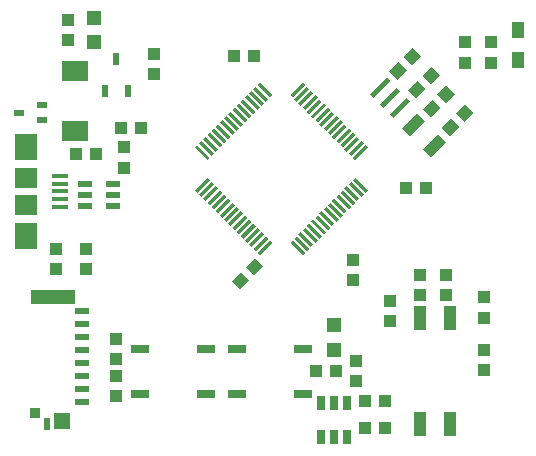
<source format=gbr>
G04 EAGLE Gerber RS-274X export*
G75*
%MOMM*%
%FSLAX34Y34*%
%LPD*%
%INSolderpaste Top*%
%IPPOS*%
%AMOC8*
5,1,8,0,0,1.08239X$1,22.5*%
G01*
%ADD10R,1.400000X0.400000*%
%ADD11R,1.900000X1.800000*%
%ADD12R,1.900000X2.300000*%
%ADD13R,1.500000X0.300000*%
%ADD14R,1.100000X1.000000*%
%ADD15R,0.600000X1.000000*%
%ADD16R,0.970000X0.500000*%
%ADD17R,1.000000X1.100000*%
%ADD18R,1.000000X1.800000*%
%ADD19R,1.524000X0.762000*%
%ADD20R,0.400000X2.000000*%
%ADD21R,1.200000X1.200000*%
%ADD22R,1.092200X2.006600*%
%ADD23R,1.250000X0.600000*%
%ADD24R,3.790000X1.200000*%
%ADD25R,1.400000X1.450000*%
%ADD26R,0.850000X0.950000*%
%ADD27R,0.700000X1.300000*%
%ADD28R,2.200000X1.800000*%
%ADD29R,1.000000X1.400000*%
%ADD30R,1.200000X0.600000*%


D10*
X53900Y282875D03*
X53900Y276375D03*
X53900Y269875D03*
X53900Y263375D03*
X53900Y256875D03*
D11*
X25400Y281375D03*
X25400Y258375D03*
D12*
X25400Y307375D03*
X25400Y232375D03*
D13*
G36*
X301759Y298472D02*
X312364Y309077D01*
X314485Y306956D01*
X303880Y296351D01*
X301759Y298472D01*
G37*
G36*
X298223Y302007D02*
X308828Y312612D01*
X310949Y310491D01*
X300344Y299886D01*
X298223Y302007D01*
G37*
G36*
X294688Y305543D02*
X305293Y316148D01*
X307414Y314027D01*
X296809Y303422D01*
X294688Y305543D01*
G37*
G36*
X291152Y309078D02*
X301757Y319683D01*
X303878Y317562D01*
X293273Y306957D01*
X291152Y309078D01*
G37*
G36*
X287616Y312614D02*
X298221Y323219D01*
X300342Y321098D01*
X289737Y310493D01*
X287616Y312614D01*
G37*
G36*
X284081Y316149D02*
X294686Y326754D01*
X296807Y324633D01*
X286202Y314028D01*
X284081Y316149D01*
G37*
G36*
X280545Y319685D02*
X291150Y330290D01*
X293271Y328169D01*
X282666Y317564D01*
X280545Y319685D01*
G37*
G36*
X277010Y323220D02*
X287615Y333825D01*
X289736Y331704D01*
X279131Y321099D01*
X277010Y323220D01*
G37*
G36*
X273474Y326756D02*
X284079Y337361D01*
X286200Y335240D01*
X275595Y324635D01*
X273474Y326756D01*
G37*
G36*
X269939Y330291D02*
X280544Y340896D01*
X282665Y338775D01*
X272060Y328170D01*
X269939Y330291D01*
G37*
G36*
X266403Y333827D02*
X277008Y344432D01*
X279129Y342311D01*
X268524Y331706D01*
X266403Y333827D01*
G37*
G36*
X262868Y337362D02*
X273473Y347967D01*
X275594Y345846D01*
X264989Y335241D01*
X262868Y337362D01*
G37*
G36*
X259332Y340898D02*
X269937Y351503D01*
X272058Y349382D01*
X261453Y338777D01*
X259332Y340898D01*
G37*
G36*
X255797Y344434D02*
X266402Y355039D01*
X268523Y352918D01*
X257918Y342313D01*
X255797Y344434D01*
G37*
G36*
X252261Y347969D02*
X262866Y358574D01*
X264987Y356453D01*
X254382Y345848D01*
X252261Y347969D01*
G37*
G36*
X248726Y351505D02*
X259331Y362110D01*
X261452Y359989D01*
X250847Y349384D01*
X248726Y351505D01*
G37*
G36*
X231753Y349384D02*
X221148Y359989D01*
X223269Y362110D01*
X233874Y351505D01*
X231753Y349384D01*
G37*
G36*
X228218Y345848D02*
X217613Y356453D01*
X219734Y358574D01*
X230339Y347969D01*
X228218Y345848D01*
G37*
G36*
X224682Y342313D02*
X214077Y352918D01*
X216198Y355039D01*
X226803Y344434D01*
X224682Y342313D01*
G37*
G36*
X221147Y338777D02*
X210542Y349382D01*
X212663Y351503D01*
X223268Y340898D01*
X221147Y338777D01*
G37*
G36*
X217611Y335241D02*
X207006Y345846D01*
X209127Y347967D01*
X219732Y337362D01*
X217611Y335241D01*
G37*
G36*
X214076Y331706D02*
X203471Y342311D01*
X205592Y344432D01*
X216197Y333827D01*
X214076Y331706D01*
G37*
G36*
X210540Y328170D02*
X199935Y338775D01*
X202056Y340896D01*
X212661Y330291D01*
X210540Y328170D01*
G37*
G36*
X207005Y324635D02*
X196400Y335240D01*
X198521Y337361D01*
X209126Y326756D01*
X207005Y324635D01*
G37*
G36*
X203469Y321099D02*
X192864Y331704D01*
X194985Y333825D01*
X205590Y323220D01*
X203469Y321099D01*
G37*
G36*
X199934Y317564D02*
X189329Y328169D01*
X191450Y330290D01*
X202055Y319685D01*
X199934Y317564D01*
G37*
G36*
X196398Y314028D02*
X185793Y324633D01*
X187914Y326754D01*
X198519Y316149D01*
X196398Y314028D01*
G37*
G36*
X192863Y310493D02*
X182258Y321098D01*
X184379Y323219D01*
X194984Y312614D01*
X192863Y310493D01*
G37*
G36*
X189327Y306957D02*
X178722Y317562D01*
X180843Y319683D01*
X191448Y309078D01*
X189327Y306957D01*
G37*
G36*
X185791Y303422D02*
X175186Y314027D01*
X177307Y316148D01*
X187912Y305543D01*
X185791Y303422D01*
G37*
G36*
X182256Y299886D02*
X171651Y310491D01*
X173772Y312612D01*
X184377Y302007D01*
X182256Y299886D01*
G37*
G36*
X178720Y296351D02*
X168115Y306956D01*
X170236Y309077D01*
X180841Y298472D01*
X178720Y296351D01*
G37*
G36*
X180841Y279378D02*
X170236Y268773D01*
X168115Y270894D01*
X178720Y281499D01*
X180841Y279378D01*
G37*
G36*
X184377Y275843D02*
X173772Y265238D01*
X171651Y267359D01*
X182256Y277964D01*
X184377Y275843D01*
G37*
G36*
X187912Y272307D02*
X177307Y261702D01*
X175186Y263823D01*
X185791Y274428D01*
X187912Y272307D01*
G37*
G36*
X191448Y268772D02*
X180843Y258167D01*
X178722Y260288D01*
X189327Y270893D01*
X191448Y268772D01*
G37*
G36*
X194984Y265236D02*
X184379Y254631D01*
X182258Y256752D01*
X192863Y267357D01*
X194984Y265236D01*
G37*
G36*
X198519Y261701D02*
X187914Y251096D01*
X185793Y253217D01*
X196398Y263822D01*
X198519Y261701D01*
G37*
G36*
X202055Y258165D02*
X191450Y247560D01*
X189329Y249681D01*
X199934Y260286D01*
X202055Y258165D01*
G37*
G36*
X205590Y254630D02*
X194985Y244025D01*
X192864Y246146D01*
X203469Y256751D01*
X205590Y254630D01*
G37*
G36*
X209126Y251094D02*
X198521Y240489D01*
X196400Y242610D01*
X207005Y253215D01*
X209126Y251094D01*
G37*
G36*
X212661Y247559D02*
X202056Y236954D01*
X199935Y239075D01*
X210540Y249680D01*
X212661Y247559D01*
G37*
G36*
X216197Y244023D02*
X205592Y233418D01*
X203471Y235539D01*
X214076Y246144D01*
X216197Y244023D01*
G37*
G36*
X219732Y240488D02*
X209127Y229883D01*
X207006Y232004D01*
X217611Y242609D01*
X219732Y240488D01*
G37*
G36*
X223268Y236952D02*
X212663Y226347D01*
X210542Y228468D01*
X221147Y239073D01*
X223268Y236952D01*
G37*
G36*
X226803Y233416D02*
X216198Y222811D01*
X214077Y224932D01*
X224682Y235537D01*
X226803Y233416D01*
G37*
G36*
X230339Y229881D02*
X219734Y219276D01*
X217613Y221397D01*
X228218Y232002D01*
X230339Y229881D01*
G37*
G36*
X233874Y226345D02*
X223269Y215740D01*
X221148Y217861D01*
X231753Y228466D01*
X233874Y226345D01*
G37*
G36*
X250847Y228466D02*
X261452Y217861D01*
X259331Y215740D01*
X248726Y226345D01*
X250847Y228466D01*
G37*
G36*
X254382Y232002D02*
X264987Y221397D01*
X262866Y219276D01*
X252261Y229881D01*
X254382Y232002D01*
G37*
G36*
X257918Y235537D02*
X268523Y224932D01*
X266402Y222811D01*
X255797Y233416D01*
X257918Y235537D01*
G37*
G36*
X261453Y239073D02*
X272058Y228468D01*
X269937Y226347D01*
X259332Y236952D01*
X261453Y239073D01*
G37*
G36*
X264989Y242609D02*
X275594Y232004D01*
X273473Y229883D01*
X262868Y240488D01*
X264989Y242609D01*
G37*
G36*
X268524Y246144D02*
X279129Y235539D01*
X277008Y233418D01*
X266403Y244023D01*
X268524Y246144D01*
G37*
G36*
X272060Y249680D02*
X282665Y239075D01*
X280544Y236954D01*
X269939Y247559D01*
X272060Y249680D01*
G37*
G36*
X275595Y253215D02*
X286200Y242610D01*
X284079Y240489D01*
X273474Y251094D01*
X275595Y253215D01*
G37*
G36*
X279131Y256751D02*
X289736Y246146D01*
X287615Y244025D01*
X277010Y254630D01*
X279131Y256751D01*
G37*
G36*
X282666Y260286D02*
X293271Y249681D01*
X291150Y247560D01*
X280545Y258165D01*
X282666Y260286D01*
G37*
G36*
X286202Y263822D02*
X296807Y253217D01*
X294686Y251096D01*
X284081Y261701D01*
X286202Y263822D01*
G37*
G36*
X289737Y267357D02*
X300342Y256752D01*
X298221Y254631D01*
X287616Y265236D01*
X289737Y267357D01*
G37*
G36*
X293273Y270893D02*
X303878Y260288D01*
X301757Y258167D01*
X291152Y268772D01*
X293273Y270893D01*
G37*
G36*
X296809Y274428D02*
X307414Y263823D01*
X305293Y261702D01*
X294688Y272307D01*
X296809Y274428D01*
G37*
G36*
X300344Y277964D02*
X310949Y267359D01*
X308828Y265238D01*
X298223Y275843D01*
X300344Y277964D01*
G37*
G36*
X303880Y281499D02*
X314485Y270894D01*
X312364Y268773D01*
X301759Y279378D01*
X303880Y281499D01*
G37*
D14*
X76200Y204225D03*
X76200Y221225D03*
X50800Y204225D03*
X50800Y221225D03*
D15*
X101600Y381800D03*
X111100Y354800D03*
X92100Y354800D03*
D16*
X38375Y330050D03*
X38375Y343050D03*
X18775Y336550D03*
D17*
X67700Y301625D03*
X84700Y301625D03*
D18*
G36*
X373617Y318560D02*
X380688Y311489D01*
X367961Y298762D01*
X360890Y305833D01*
X373617Y318560D01*
G37*
G36*
X355939Y336238D02*
X363010Y329167D01*
X350283Y316440D01*
X343212Y323511D01*
X355939Y336238D01*
G37*
D14*
G36*
X391939Y324543D02*
X384162Y316766D01*
X377091Y323837D01*
X384868Y331614D01*
X391939Y324543D01*
G37*
G36*
X403959Y336563D02*
X396182Y328786D01*
X389111Y335857D01*
X396888Y343634D01*
X403959Y336563D01*
G37*
G36*
X376064Y340418D02*
X368287Y332641D01*
X361216Y339712D01*
X368993Y347489D01*
X376064Y340418D01*
G37*
G36*
X388084Y352438D02*
X380307Y344661D01*
X373236Y351732D01*
X381013Y359509D01*
X388084Y352438D01*
G37*
X101600Y113275D03*
X101600Y96275D03*
X333375Y176775D03*
X333375Y159775D03*
D19*
X121285Y136525D03*
X177165Y136525D03*
X121285Y98425D03*
X177165Y98425D03*
X259715Y98425D03*
X203835Y98425D03*
X259715Y136525D03*
X203835Y136525D03*
D17*
X101600Y128025D03*
X101600Y145025D03*
D20*
G36*
X327719Y340765D02*
X324890Y343594D01*
X339031Y357735D01*
X341860Y354906D01*
X327719Y340765D01*
G37*
G36*
X319234Y349250D02*
X316405Y352079D01*
X330546Y366220D01*
X333375Y363391D01*
X319234Y349250D01*
G37*
G36*
X336204Y332280D02*
X333375Y335109D01*
X347516Y349250D01*
X350345Y346421D01*
X336204Y332280D01*
G37*
D14*
G36*
X363364Y356293D02*
X355587Y348516D01*
X348516Y355587D01*
X356293Y363364D01*
X363364Y356293D01*
G37*
G36*
X375384Y368313D02*
X367607Y360536D01*
X360536Y367607D01*
X368313Y375384D01*
X375384Y368313D01*
G37*
G36*
X347489Y372168D02*
X339712Y364391D01*
X332641Y371462D01*
X340418Y379239D01*
X347489Y372168D01*
G37*
G36*
X359509Y384188D02*
X351732Y376411D01*
X344661Y383482D01*
X352438Y391259D01*
X359509Y384188D01*
G37*
X301625Y194700D03*
X301625Y211700D03*
D21*
X285750Y135550D03*
X285750Y156550D03*
D14*
X412750Y118500D03*
X412750Y135500D03*
X412750Y179950D03*
X412750Y162950D03*
D22*
X358775Y72517D03*
X358775Y162433D03*
X384175Y162433D03*
X384175Y72517D03*
D14*
X381000Y199000D03*
X381000Y182000D03*
X358775Y199000D03*
X358775Y182000D03*
D23*
X72475Y91675D03*
X72475Y102675D03*
X72475Y113675D03*
X72475Y124675D03*
X72475Y135675D03*
X72475Y146675D03*
X72475Y157675D03*
X72475Y168675D03*
D24*
X47675Y180175D03*
D25*
X55225Y75425D03*
D15*
X42725Y73175D03*
D26*
X32975Y82425D03*
D27*
X274750Y61450D03*
X285750Y61450D03*
X296750Y61450D03*
X296750Y90950D03*
X285750Y90950D03*
X274750Y90950D03*
D17*
X312175Y69850D03*
X329175Y69850D03*
X312175Y92075D03*
X329175Y92075D03*
D14*
X304800Y108975D03*
X304800Y125975D03*
G36*
X211311Y205682D02*
X219088Y213459D01*
X226159Y206388D01*
X218382Y198611D01*
X211311Y205682D01*
G37*
G36*
X199291Y193662D02*
X207068Y201439D01*
X214139Y194368D01*
X206362Y186591D01*
X199291Y193662D01*
G37*
X347100Y273050D03*
X364100Y273050D03*
X201050Y384175D03*
X218050Y384175D03*
D17*
X107950Y289950D03*
X107950Y306950D03*
D14*
X122800Y323850D03*
X105800Y323850D03*
D17*
X60325Y414900D03*
X60325Y397900D03*
D28*
X66675Y371575D03*
X66675Y320575D03*
D17*
X396875Y395850D03*
X396875Y378850D03*
X419100Y395850D03*
X419100Y378850D03*
D29*
X441575Y380700D03*
X441575Y406700D03*
D14*
X133350Y386325D03*
X133350Y369325D03*
D21*
X82550Y395900D03*
X82550Y416900D03*
D14*
X270900Y117475D03*
X287900Y117475D03*
D30*
X98425Y276200D03*
X98425Y266700D03*
X98425Y257200D03*
X75425Y276200D03*
X75425Y266700D03*
X75425Y257200D03*
M02*

</source>
